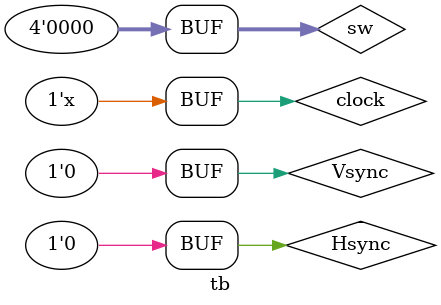
<source format=v>
`timescale 1ns / 1ps

module tb;

    reg clock;
    reg [3:0] sw = 0;
    wire [3:0] an;
    wire [6:0] seg;
    wire [2:0] red;
    wire [2:0] green;
    wire [1:0] blue;
    wire Hsync = 0;
    wire Vsync = 0;
    reg [10:0] counter = 0;

    initial 
        begin
            clock = 0;
        end
    //assign an = 0;
    //assign seg = 0;
    runner runner(
        .clk(clock), .reset(0), .sw(sw), .an(an), .seg(seg), 
        .vgaRed(red), .vgaBlue(blue), .vgaGreen(green), 
        .Hsync(Hsync), .Vsync(Vsync)
    );
    always begin
        #1 clock = ~clock;
        counter = counter + 1;
        if(counter == 997) begin
            $display("%d, %d", an, seg);
            counter = 0;
        end
//        $display("%b, %b, %b, %b", om, os, tm, ts);
        //$display("%d, %d", an, seg);
        
    end
    
//    clk clk(.clk(clock),.rst(0),.Hz1(Hz1),.Hz2(Hz2),.Hz50(Hz50),.greaterThan1Hz(gt1Hz));
    
//    $display("%b, %b, %b, %b",Hz1, Hz2, Hz50, gt1Hz);  
    

//clk clk(.clk(clock),.rst(0),.Hz1(Hz1),.Hz2(Hz2),.Hz50(Hz50),.greaterThan1Hz(gt1Hz));

//always @ (posedge clock)
// $display("%b, %b, %b, %b",Hz1, Hz2, Hz50, gt1Hz);
 

endmodule
</source>
